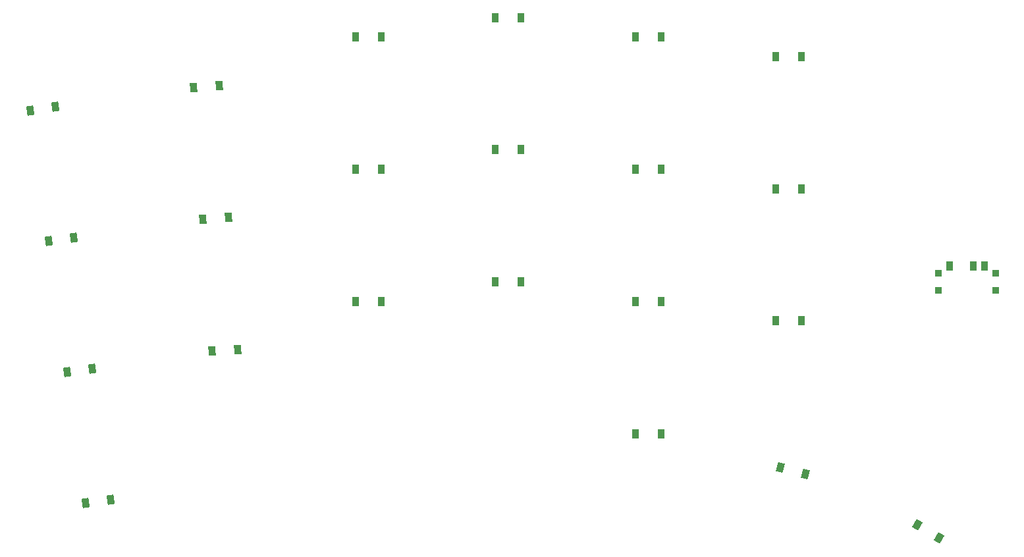
<source format=gbr>
%TF.GenerationSoftware,KiCad,Pcbnew,9.0.3*%
%TF.CreationDate,2025-07-25T16:03:50+02:00*%
%TF.ProjectId,left_pcb,6c656674-5f70-4636-922e-6b696361645f,v1.0.0*%
%TF.SameCoordinates,Original*%
%TF.FileFunction,Paste,Top*%
%TF.FilePolarity,Positive*%
%FSLAX46Y46*%
G04 Gerber Fmt 4.6, Leading zero omitted, Abs format (unit mm)*
G04 Created by KiCad (PCBNEW 9.0.3) date 2025-07-25 16:03:50*
%MOMM*%
%LPD*%
G01*
G04 APERTURE LIST*
G04 Aperture macros list*
%AMRotRect*
0 Rectangle, with rotation*
0 The origin of the aperture is its center*
0 $1 length*
0 $2 width*
0 $3 Rotation angle, in degrees counterclockwise*
0 Add horizontal line*
21,1,$1,$2,0,0,$3*%
G04 Aperture macros list end*
%ADD10R,0.900000X0.900000*%
%ADD11R,0.900000X1.250000*%
%ADD12RotRect,0.900000X1.200000X8.000000*%
%ADD13R,0.900000X1.200000*%
%ADD14RotRect,0.900000X1.200000X4.000000*%
%ADD15RotRect,0.900000X1.200000X330.000000*%
%ADD16RotRect,0.900000X1.200000X345.000000*%
G04 APERTURE END LIST*
D10*
%TO.C,T1*%
X203158336Y-126128054D03*
X203158336Y-123928051D03*
X195758336Y-126128057D03*
X195758336Y-123928054D03*
D11*
X197208336Y-122953054D03*
X200208334Y-122953055D03*
X201708336Y-122953054D03*
%TD*%
D12*
%TO.C,D3*%
X81356179Y-119788464D03*
X84624063Y-119329198D03*
%TD*%
D13*
%TO.C,D8*%
X120808337Y-127528055D03*
X124108337Y-127528055D03*
%TD*%
%TO.C,D14*%
X156808336Y-144528055D03*
X160108336Y-144528055D03*
%TD*%
%TO.C,D12*%
X138808335Y-108028054D03*
X142108335Y-108028054D03*
%TD*%
D12*
%TO.C,D2*%
X83722122Y-136623023D03*
X86990006Y-136163757D03*
%TD*%
D13*
%TO.C,D9*%
X120808337Y-110528054D03*
X124108337Y-110528054D03*
%TD*%
%TO.C,D18*%
X174808334Y-130028053D03*
X178108334Y-130028053D03*
%TD*%
D12*
%TO.C,D1*%
X86088064Y-153457583D03*
X89355948Y-152998317D03*
%TD*%
D13*
%TO.C,D19*%
X174808336Y-113028055D03*
X178108336Y-113028055D03*
%TD*%
%TO.C,D11*%
X138808333Y-125028055D03*
X142108333Y-125028055D03*
%TD*%
D14*
%TO.C,D6*%
X101182048Y-116957230D03*
X104474010Y-116727038D03*
%TD*%
D15*
%TO.C,D22*%
X193014134Y-156290005D03*
X195872018Y-157940005D03*
%TD*%
D13*
%TO.C,D17*%
X156808337Y-93528052D03*
X160108337Y-93528052D03*
%TD*%
%TO.C,D20*%
X174808334Y-96028060D03*
X178108334Y-96028060D03*
%TD*%
%TO.C,D10*%
X120808335Y-93528051D03*
X124108335Y-93528051D03*
%TD*%
D16*
%TO.C,D21*%
X175441050Y-148913596D03*
X178628606Y-149767696D03*
%TD*%
D13*
%TO.C,D15*%
X156808334Y-127528057D03*
X160108334Y-127528057D03*
%TD*%
D14*
%TO.C,D5*%
X102367907Y-133915816D03*
X105659869Y-133685624D03*
%TD*%
D12*
%TO.C,D4*%
X78990237Y-102953909D03*
X82258121Y-102494643D03*
%TD*%
D14*
%TO.C,D7*%
X99996187Y-99998643D03*
X103288149Y-99768451D03*
%TD*%
D13*
%TO.C,D13*%
X138808335Y-91028054D03*
X142108335Y-91028054D03*
%TD*%
%TO.C,D16*%
X156808337Y-110528052D03*
X160108337Y-110528052D03*
%TD*%
M02*

</source>
